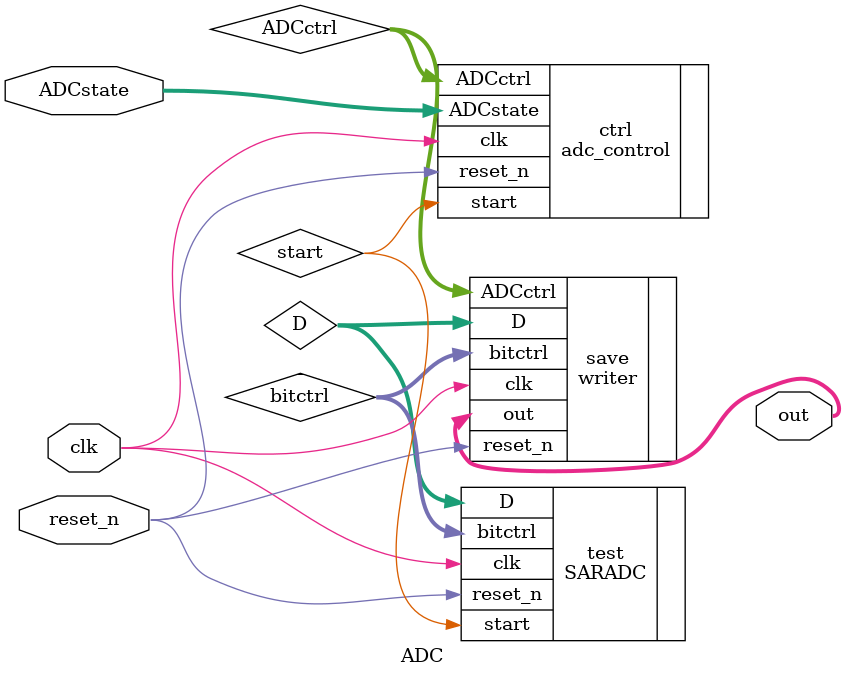
<source format=v>
`timescale 1ns / 1ps


module ADC(
    input clk,
    input reset_n,
    input [1:0] ADCstate,
    output [79:0] out
    );
    
    wire [7:0] ADCctrl;  //which ADC is active
    wire start; //start bit to begin reading
    wire [9:0] D; //bit from SAR ADC
    wire [9:0] bitctrl; //which bit is being read
    
    adc_control ctrl (
    .clk(clk),
    .ADCstate(ADCstate),
    .reset_n(reset_n),
    .ADCctrl(ADCctrl),
    .start(start)
    );
    
    SARADC test (
    .clk(clk),
    .start(start),
    .reset_n(reset_n),
    .D(D),
    .bitctrl(bitctrl)
    );
    
    writer save (
    .clk(clk),
    .reset_n(reset_n),
    .ADCctrl(ADCctrl),
    .D(D),
    .bitctrl(bitctrl),
    .out(out)
    );
    

    
endmodule
</source>
